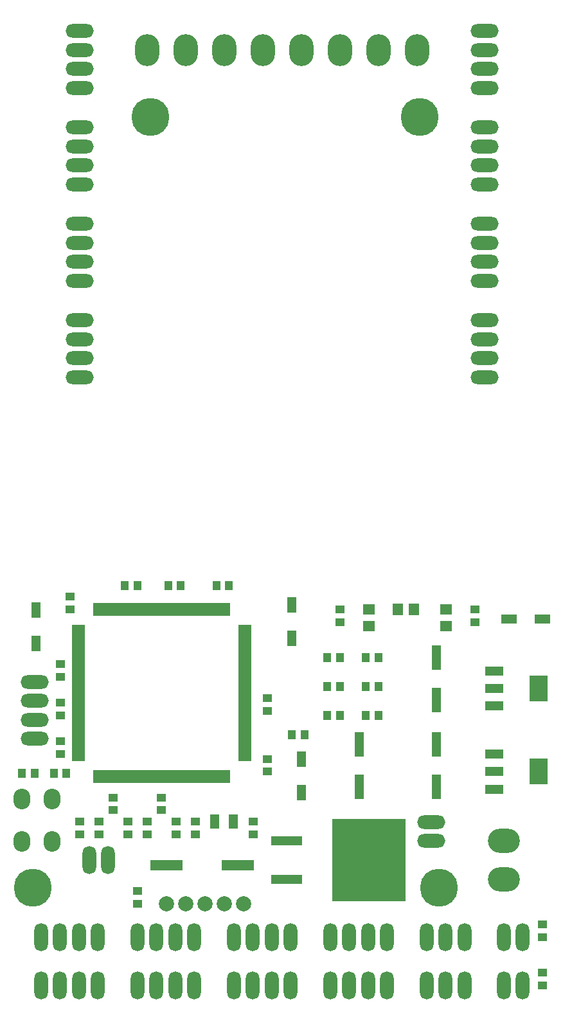
<source format=gbr>
%TF.GenerationSoftware,Altium Limited,Altium Designer,21.0.4 (50)*%
G04 Layer_Color=16711935*
%FSLAX25Y25*%
%MOIN*%
%TF.SameCoordinates,7C4F9ACF-F1D8-4562-922E-26F05696B097*%
%TF.FilePolarity,Negative*%
%TF.FileFunction,Soldermask,Bot*%
%TF.Part,Single*%
G01*
G75*
%TA.AperFunction,SMDPad,CuDef*%
%ADD60R,0.06706X0.01981*%
%ADD61R,0.01981X0.06706*%
%ADD62R,0.04737X0.03950*%
%ADD63R,0.09265X0.13792*%
%ADD64R,0.09265X0.04737*%
%ADD65R,0.16548X0.05524*%
%ADD66R,0.03950X0.04737*%
%ADD67R,0.06200X0.05300*%
%ADD68R,0.38202X0.42532*%
%ADD69R,0.04737X0.12611*%
%ADD70R,0.04737X0.07887*%
%ADD71R,0.07887X0.04737*%
%ADD72R,0.04737X0.07493*%
%ADD73R,0.05300X0.06200*%
%ADD74R,0.16351X0.04737*%
%TA.AperFunction,ComponentPad*%
%ADD75O,0.14580X0.07099*%
%ADD76O,0.12611X0.16548*%
%TA.AperFunction,WasherPad*%
%ADD77C,0.19685*%
%TA.AperFunction,ComponentPad*%
%ADD78O,0.07099X0.14580*%
%ADD79C,0.07887*%
%ADD80O,0.08674X0.10642*%
%ADD81O,0.16548X0.12611*%
D60*
X125827Y204173D02*
D03*
Y202205D02*
D03*
Y206142D02*
D03*
Y198268D02*
D03*
Y196299D02*
D03*
Y200236D02*
D03*
Y180551D02*
D03*
Y178583D02*
D03*
Y184488D02*
D03*
Y182520D02*
D03*
Y174646D02*
D03*
Y172677D02*
D03*
Y176614D02*
D03*
Y192362D02*
D03*
Y190394D02*
D03*
Y194331D02*
D03*
Y188425D02*
D03*
Y186457D02*
D03*
Y164803D02*
D03*
Y162835D02*
D03*
Y168740D02*
D03*
Y166772D02*
D03*
Y158898D02*
D03*
Y156929D02*
D03*
Y160866D02*
D03*
Y170709D02*
D03*
Y145118D02*
D03*
Y143150D02*
D03*
Y149055D02*
D03*
Y147087D02*
D03*
Y139213D02*
D03*
Y137244D02*
D03*
Y141181D02*
D03*
Y152992D02*
D03*
Y151024D02*
D03*
Y154961D02*
D03*
X39213Y188425D02*
D03*
Y192362D02*
D03*
Y190394D02*
D03*
Y184488D02*
D03*
Y182520D02*
D03*
Y186457D02*
D03*
Y202205D02*
D03*
Y200236D02*
D03*
Y206142D02*
D03*
Y204173D02*
D03*
Y196299D02*
D03*
Y194331D02*
D03*
Y198268D02*
D03*
Y164803D02*
D03*
Y162835D02*
D03*
Y168740D02*
D03*
Y166772D02*
D03*
Y158898D02*
D03*
Y160866D02*
D03*
Y178583D02*
D03*
Y176614D02*
D03*
Y180551D02*
D03*
Y172677D02*
D03*
Y170709D02*
D03*
Y174646D02*
D03*
Y143150D02*
D03*
Y152992D02*
D03*
Y151024D02*
D03*
Y156929D02*
D03*
Y154961D02*
D03*
Y147087D02*
D03*
Y145118D02*
D03*
Y149055D02*
D03*
Y139213D02*
D03*
Y137244D02*
D03*
Y141181D02*
D03*
D61*
X95315Y215000D02*
D03*
X97283D02*
D03*
X91378D02*
D03*
X93346D02*
D03*
X101220D02*
D03*
X103189D02*
D03*
X99252D02*
D03*
X81535D02*
D03*
X83504D02*
D03*
X77598D02*
D03*
X79567D02*
D03*
X87441D02*
D03*
X89409D02*
D03*
X85472D02*
D03*
X109094D02*
D03*
X111063D02*
D03*
X105157D02*
D03*
X107126D02*
D03*
X115000D02*
D03*
X116969D02*
D03*
X113031D02*
D03*
X89409Y128386D02*
D03*
X91378D02*
D03*
X87441D02*
D03*
X77598D02*
D03*
X79567D02*
D03*
X83504D02*
D03*
X85472D02*
D03*
X81535D02*
D03*
X109094D02*
D03*
X111063D02*
D03*
X105157D02*
D03*
X107126D02*
D03*
X115000D02*
D03*
X116969D02*
D03*
X113031D02*
D03*
X95315D02*
D03*
X97283D02*
D03*
X93346D02*
D03*
X101220D02*
D03*
X103189D02*
D03*
X99252D02*
D03*
X65787Y215000D02*
D03*
X67756D02*
D03*
X61850D02*
D03*
X63819D02*
D03*
X71693D02*
D03*
X73661D02*
D03*
X69724D02*
D03*
X52008D02*
D03*
X53976D02*
D03*
X48071D02*
D03*
X50039D02*
D03*
X57913D02*
D03*
X59882D02*
D03*
X55945D02*
D03*
X75630D02*
D03*
X67756Y128386D02*
D03*
X69724D02*
D03*
X63819D02*
D03*
X65787D02*
D03*
X73661D02*
D03*
X75630D02*
D03*
X71693D02*
D03*
X53976D02*
D03*
X55945D02*
D03*
X50039D02*
D03*
X52008D02*
D03*
X59882D02*
D03*
X61850D02*
D03*
X57913D02*
D03*
X48071D02*
D03*
D62*
X70000Y62500D02*
D03*
Y69094D02*
D03*
X280000Y45000D02*
D03*
Y51594D02*
D03*
Y20000D02*
D03*
Y26594D02*
D03*
X130000Y105000D02*
D03*
Y98406D02*
D03*
X82500Y117500D02*
D03*
Y110906D02*
D03*
X137500Y169094D02*
D03*
Y130906D02*
D03*
X57500Y110906D02*
D03*
X30000Y146594D02*
D03*
Y160000D02*
D03*
Y180000D02*
D03*
X35000Y221594D02*
D03*
X50000Y105000D02*
D03*
X100000Y98406D02*
D03*
X90000Y105000D02*
D03*
X65000D02*
D03*
X175000Y208406D02*
D03*
X245000D02*
D03*
X35000Y215000D02*
D03*
X30000Y166594D02*
D03*
Y186594D02*
D03*
Y140000D02*
D03*
X57500Y117500D02*
D03*
X137500Y137500D02*
D03*
Y162500D02*
D03*
X50000Y98406D02*
D03*
X40000Y105000D02*
D03*
Y98406D02*
D03*
X100000Y105000D02*
D03*
X90000Y98406D02*
D03*
X65000D02*
D03*
X75000Y105000D02*
D03*
Y98406D02*
D03*
X175000Y215000D02*
D03*
X245000D02*
D03*
D63*
X278032Y130945D02*
D03*
Y174055D02*
D03*
D64*
X255000Y140000D02*
D03*
Y130945D02*
D03*
Y121890D02*
D03*
Y165000D02*
D03*
Y183110D02*
D03*
Y174055D02*
D03*
D65*
X122008Y82500D02*
D03*
X85000D02*
D03*
D66*
X63406Y227500D02*
D03*
X85906D02*
D03*
X110906D02*
D03*
X10000Y130000D02*
D03*
X156594Y150000D02*
D03*
X168406Y190000D02*
D03*
Y175000D02*
D03*
Y160000D02*
D03*
X117500Y227500D02*
D03*
X92500D02*
D03*
X70000D02*
D03*
X175000Y190000D02*
D03*
Y175000D02*
D03*
Y160000D02*
D03*
X16594Y130000D02*
D03*
X26594D02*
D03*
X33189D02*
D03*
X150000Y150000D02*
D03*
X188406Y190000D02*
D03*
X195000D02*
D03*
X188406Y175000D02*
D03*
X195000D02*
D03*
X188406Y160000D02*
D03*
X195000D02*
D03*
D67*
X190000Y206500D02*
D03*
X230000D02*
D03*
X190000Y215000D02*
D03*
X230000D02*
D03*
D68*
X190000Y85000D02*
D03*
D69*
X185000Y123000D02*
D03*
X225000Y168000D02*
D03*
Y123000D02*
D03*
X185000Y145000D02*
D03*
X225000Y190000D02*
D03*
Y145000D02*
D03*
D70*
X150000Y200000D02*
D03*
X17500Y197500D02*
D03*
X155000Y137323D02*
D03*
X17500Y214823D02*
D03*
X155000Y120000D02*
D03*
X150000Y217323D02*
D03*
D71*
X280000Y210000D02*
D03*
X262677D02*
D03*
D72*
X119843Y105000D02*
D03*
X110000D02*
D03*
D73*
X205000Y215000D02*
D03*
X213500D02*
D03*
D74*
X147500Y75000D02*
D03*
Y95000D02*
D03*
D75*
X222500Y104843D02*
D03*
Y95000D02*
D03*
X16732Y147973D02*
D03*
X16732Y157815D02*
D03*
Y177500D02*
D03*
Y167657D02*
D03*
X250000Y355157D02*
D03*
Y365000D02*
D03*
Y345315D02*
D03*
Y335472D02*
D03*
Y405157D02*
D03*
Y415000D02*
D03*
Y395315D02*
D03*
Y385472D02*
D03*
X40000Y365000D02*
D03*
Y355157D02*
D03*
Y335472D02*
D03*
Y345315D02*
D03*
Y415000D02*
D03*
Y405157D02*
D03*
Y385472D02*
D03*
Y395315D02*
D03*
Y515000D02*
D03*
Y505157D02*
D03*
Y485472D02*
D03*
Y495315D02*
D03*
Y465000D02*
D03*
Y455157D02*
D03*
Y435472D02*
D03*
Y445315D02*
D03*
X250000Y455157D02*
D03*
Y465000D02*
D03*
Y445315D02*
D03*
Y435472D02*
D03*
Y505157D02*
D03*
Y515000D02*
D03*
Y495315D02*
D03*
Y485472D02*
D03*
D76*
X215000Y505000D02*
D03*
X195000D02*
D03*
X115000D02*
D03*
X135000D02*
D03*
X75000D02*
D03*
X95000D02*
D03*
X155000D02*
D03*
X175000D02*
D03*
D77*
X226378Y70866D02*
D03*
X15748D02*
D03*
X216535Y470472D02*
D03*
X76772D02*
D03*
D78*
X45000Y85000D02*
D03*
X54843D02*
D03*
X220000Y20000D02*
D03*
X120000Y45000D02*
D03*
Y20000D02*
D03*
X170000D02*
D03*
X99527Y45000D02*
D03*
X70000Y20000D02*
D03*
X29842Y20000D02*
D03*
X39685D02*
D03*
X49527D02*
D03*
X20000Y20000D02*
D03*
X79842Y45000D02*
D03*
X89685D02*
D03*
X70000Y45000D02*
D03*
X229843Y20000D02*
D03*
X239685D02*
D03*
X220000Y45000D02*
D03*
X229843D02*
D03*
X239685D02*
D03*
X269843D02*
D03*
X260000D02*
D03*
X269843Y20000D02*
D03*
X260000D02*
D03*
X149527Y45000D02*
D03*
X139685D02*
D03*
X129842D02*
D03*
X149527Y20000D02*
D03*
X139685D02*
D03*
X129842D02*
D03*
X199527D02*
D03*
X189685D02*
D03*
X179842D02*
D03*
X20000Y45000D02*
D03*
X49527Y45000D02*
D03*
X39685D02*
D03*
X29842D02*
D03*
X170000Y45000D02*
D03*
X199527Y45000D02*
D03*
X189685D02*
D03*
X179842D02*
D03*
X99527Y20000D02*
D03*
X89685D02*
D03*
X79842D02*
D03*
D79*
X125000Y62500D02*
D03*
X105000D02*
D03*
X115000D02*
D03*
X95000D02*
D03*
X85000D02*
D03*
D80*
X10000Y94665D02*
D03*
Y116713D02*
D03*
X25748D02*
D03*
Y94665D02*
D03*
D81*
X260000Y95000D02*
D03*
Y75000D02*
D03*
%TF.MD5,9c3659759a6881a46671619f5dadf232*%
M02*

</source>
